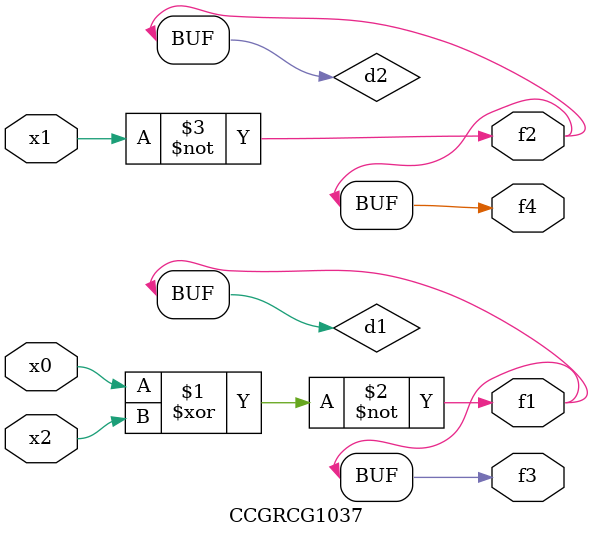
<source format=v>
module CCGRCG1037(
	input x0, x1, x2,
	output f1, f2, f3, f4
);

	wire d1, d2, d3;

	xnor (d1, x0, x2);
	nand (d2, x1);
	nor (d3, x1, x2);
	assign f1 = d1;
	assign f2 = d2;
	assign f3 = d1;
	assign f4 = d2;
endmodule

</source>
